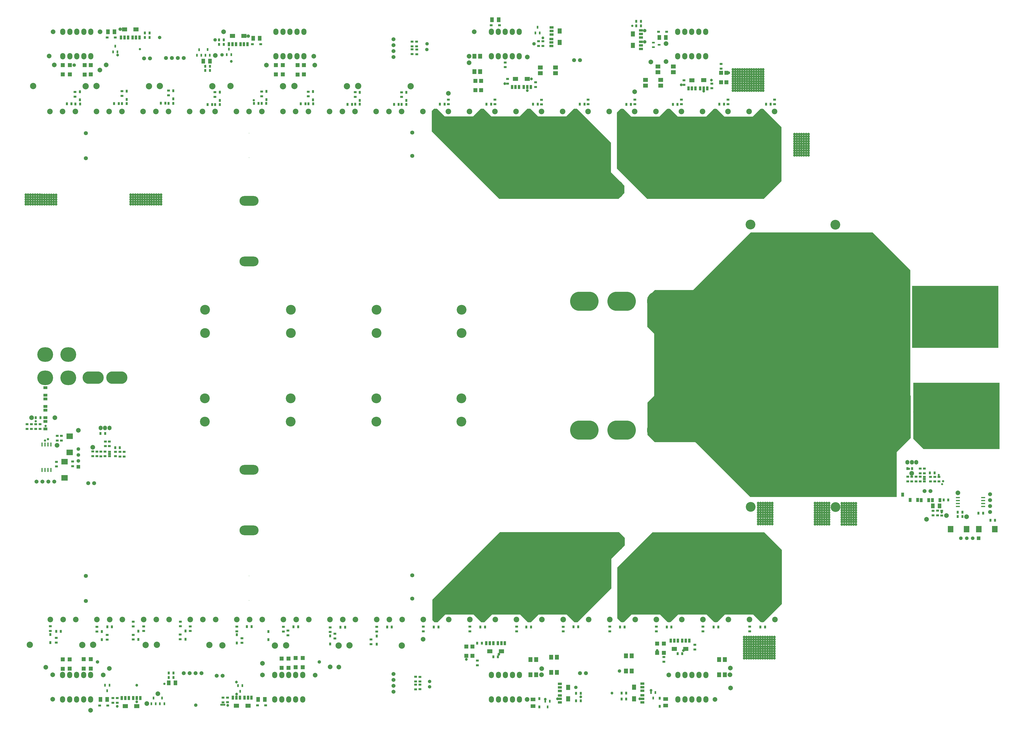
<source format=gbr>
%TF.GenerationSoftware,Altium Limited,Altium Designer,25.3.3 (18)*%
G04 Layer_Color=16711935*
%FSLAX45Y45*%
%MOMM*%
%TF.SameCoordinates,A4CA6E92-6A9D-4088-ADF9-EEBE24E4F9EE*%
%TF.FilePolarity,Negative*%
%TF.FileFunction,Soldermask,Bot*%
%TF.Part,Single*%
G01*
G75*
%TA.AperFunction,ComponentPad*%
%ADD28R,1.55000X1.55000*%
%ADD29C,1.55000*%
%ADD32R,1.55000X1.55000*%
%TA.AperFunction,SMDPad,CuDef*%
%ADD47R,0.60000X1.80000*%
%ADD58R,1.80000X0.60000*%
%TA.AperFunction,ComponentPad*%
%ADD87C,1.70320*%
%TA.AperFunction,TestPad*%
%ADD88C,2.00320*%
%TA.AperFunction,ComponentPad*%
%ADD89C,1.72720*%
%TA.AperFunction,SMDPad,CuDef*%
%ADD90C,0.20320*%
%TA.AperFunction,ComponentPad*%
%ADD91C,12.20320*%
%ADD92C,4.20320*%
%ADD93C,2.40320*%
%ADD94O,2.20320X2.70320*%
%ADD95C,2.00320*%
%ADD96C,2.70320*%
%ADD97O,12.20320X8.20320*%
%ADD98O,20.20320X8.20320*%
%ADD99O,8.20320X4.20320*%
%ADD100O,6.80320X6.20320*%
%ADD101O,9.09320X5.28320*%
%ADD102O,1.72720X1.98120*%
%TA.AperFunction,ViaPad*%
%ADD103C,1.20320*%
%ADD104C,0.90320*%
%ADD105C,1.47320*%
%ADD106C,2.00320*%
%ADD107C,1.00320*%
%TA.AperFunction,SMDPad,CuDef*%
%ADD108R,0.83000X1.28000*%
%ADD109R,1.28000X0.83000*%
%ADD110R,2.20320X1.70320*%
%ADD111R,1.00320X1.70320*%
%ADD112R,0.90320X1.20320*%
%ADD113R,0.80320X1.20320*%
%ADD114R,2.00320X1.65320*%
%ADD115R,1.70320X2.20320*%
%ADD116R,1.70320X1.00320*%
%ADD117R,2.00320X1.50320*%
%ADD118R,1.65320X2.00320*%
%ADD119R,1.65320X1.70320*%
%ADD120R,1.50320X2.00320*%
%ADD121R,1.20320X0.90320*%
%ADD122R,2.70320X2.40320*%
%ADD123R,2.40320X2.70320*%
%ADD124R,1.80320X1.20320*%
%ADD125R,1.20320X0.80320*%
%ADD126R,1.20320X1.80320*%
%ADD127R,1.20320X0.86320*%
G36*
X25322501Y24564999D02*
X25322501Y23297501D01*
X25898630Y22721368D01*
Y22401054D01*
X25652576Y22155000D01*
X20535001Y22154999D01*
X17639999Y25050000D01*
Y25925000D01*
X17736250Y26021249D01*
X17866251D01*
X18193750Y25693750D01*
X19408749D01*
X19736250Y26021249D01*
X19868750D01*
X20196249Y25693750D01*
X21408749D01*
X21736250Y26021249D01*
X21868750D01*
X22196249Y25693750D01*
X23408749D01*
X23736250Y26021249D01*
X23866251D01*
X25322501Y24564999D01*
D02*
G37*
G36*
X32642499Y25232500D02*
Y22912500D01*
X31885001Y22155000D01*
X26877499D01*
X25580000Y23452499D01*
Y25854999D01*
X25735001Y26010001D01*
X25864999D01*
X26192499Y25682501D01*
X27407501D01*
X27734998Y26010001D01*
X27867499D01*
X28195001Y25682501D01*
X29407501D01*
X29735001Y26010001D01*
X29867499D01*
X30195001Y25682501D01*
X31407501D01*
X31735001Y26010001D01*
X31864999D01*
X32642499Y25232500D01*
D02*
G37*
G36*
X41945312Y15757500D02*
X38245142D01*
Y18414847D01*
X41945312D01*
X41945312Y15757500D01*
D02*
G37*
G36*
X42000012Y11412500D02*
X38737500D01*
X38299841Y11850159D01*
Y14262500D01*
X42000009D01*
X42000012Y11412500D01*
D02*
G37*
G36*
X38172501Y19095001D02*
X38172501Y13712500D01*
X38187500D01*
Y11892500D01*
X37582501Y11287500D01*
Y9357500D01*
X31300000D01*
X28942499Y11715000D01*
X27202499D01*
X26889520Y12027980D01*
Y13409520D01*
X27185001Y13705000D01*
Y16367500D01*
X26887500Y16664999D01*
X26887500Y17755000D01*
X26890555Y17923055D01*
X27210001Y18242500D01*
X28847501D01*
X31317499Y20712498D01*
X36554999D01*
X38172501Y19095001D01*
D02*
G37*
G36*
X32662500Y7085000D02*
Y4765001D01*
X31885001Y3987500D01*
X31754999D01*
X31427499Y4315000D01*
X30214999D01*
X29887500Y3987500D01*
X29754999D01*
X29427499Y4315000D01*
X28214999D01*
X27887500Y3987500D01*
X27754999D01*
X27427499Y4315000D01*
X26212500D01*
X25885001Y3987500D01*
X25754999D01*
X25600000Y4142500D01*
Y6335000D01*
X27107501Y7842500D01*
X31904999D01*
X32662500Y7085000D01*
D02*
G37*
G36*
X25673828Y7848750D02*
X25919882Y7602696D01*
Y7282381D01*
X25343750Y6706250D01*
X25343750Y5438751D01*
X23887500Y3982500D01*
X23757501D01*
X23430000Y4310000D01*
X22217500D01*
X21889999Y3982500D01*
X21757501D01*
X21430000Y4310000D01*
X20217500D01*
X19890001Y3982500D01*
X19757500D01*
X19430000Y4310000D01*
X18214999D01*
X17887500Y3982500D01*
X17757501D01*
X17661250Y4078751D01*
Y4953750D01*
X20556250Y7848751D01*
X25673828Y7848750D01*
D02*
G37*
D28*
X41095999Y7587500D02*
D03*
D29*
X40842001D02*
D03*
X40588000D02*
D03*
X40334000D02*
D03*
X2472500Y11416000D02*
D03*
Y11162000D02*
D03*
Y10908000D02*
D03*
D32*
Y10654000D02*
D03*
D47*
X914500Y10517500D02*
D03*
X1041500D02*
D03*
X1168500D02*
D03*
X1295500D02*
D03*
Y11607500D02*
D03*
X1168500D02*
D03*
X1041500D02*
D03*
X914500D02*
D03*
D58*
X41297501Y8954500D02*
D03*
Y9081500D02*
D03*
Y9208500D02*
D03*
Y9335500D02*
D03*
X40207501D02*
D03*
Y9208500D02*
D03*
Y9081500D02*
D03*
Y8954500D02*
D03*
D87*
X5550000Y28177499D02*
D03*
X5296000D02*
D03*
X8665000Y1685000D02*
D03*
X8411000D02*
D03*
X24000000Y1800000D02*
D03*
X24253999D02*
D03*
X7762000D02*
D03*
X7254000D02*
D03*
X7000000D02*
D03*
X7508000D02*
D03*
X3154000Y9950000D02*
D03*
X2900000D02*
D03*
X39031500Y9610000D02*
D03*
X38777499D02*
D03*
X6492000Y28200000D02*
D03*
X7000000D02*
D03*
X6746000D02*
D03*
X6238000D02*
D03*
X16000000Y28492001D02*
D03*
Y29000000D02*
D03*
Y28745999D02*
D03*
Y28238000D02*
D03*
X23746001Y28100000D02*
D03*
X24000000D02*
D03*
X16000000Y1508000D02*
D03*
Y1000000D02*
D03*
Y1254000D02*
D03*
Y1762000D02*
D03*
X933500Y10015000D02*
D03*
X1441500D02*
D03*
X1187500D02*
D03*
X679500D02*
D03*
X41595001Y9219000D02*
D03*
Y8711000D02*
D03*
Y8965000D02*
D03*
Y9473000D02*
D03*
D88*
X26345001Y26745001D02*
D03*
X3802500Y1997500D02*
D03*
X19462500Y29325000D02*
D03*
X27687500Y28817499D02*
D03*
X17267500Y3250000D02*
D03*
X27804999Y1720000D02*
D03*
X21732312Y675000D02*
D03*
X29785001Y670000D02*
D03*
X30457501Y1165000D02*
D03*
X22350000Y1730000D02*
D03*
X22355000Y1990000D02*
D03*
X30450000Y2020000D02*
D03*
X30435001Y1732500D02*
D03*
X3002500Y205000D02*
D03*
X1377500Y680000D02*
D03*
X1080000Y2047500D02*
D03*
X13277499Y2070000D02*
D03*
X10372500Y1722500D02*
D03*
X12637500Y1715000D02*
D03*
X10375000Y2216409D02*
D03*
X13650000Y2062500D02*
D03*
X1375000Y1727500D02*
D03*
X3540000Y1725000D02*
D03*
X40579999Y8512500D02*
D03*
X8355000Y28302499D02*
D03*
X3407793Y29325000D02*
D03*
X1390000D02*
D03*
X8710000Y29325000D02*
D03*
X3398734Y27681265D02*
D03*
X27690955Y28040781D02*
D03*
X27037500Y28029999D02*
D03*
X19239999Y28272501D02*
D03*
X21732500Y28237500D02*
D03*
X19237500Y27995001D02*
D03*
X12580000Y28270001D02*
D03*
X12615000Y27892499D02*
D03*
X10542500Y27891779D02*
D03*
X1442500Y27897501D02*
D03*
X3667500Y27900000D02*
D03*
X1225000Y28277499D02*
D03*
X18347501Y26679999D02*
D03*
X1562500Y11572500D02*
D03*
X5412500Y497500D02*
D03*
X5887500Y912500D02*
D03*
D89*
X2800000Y5972216D02*
D03*
Y4897216D02*
D03*
X30800000Y6000000D02*
D03*
Y5000000D02*
D03*
X16800000Y6000000D02*
D03*
Y5000000D02*
D03*
X2800000Y24972217D02*
D03*
Y23897215D02*
D03*
X30800000Y25000000D02*
D03*
Y24000000D02*
D03*
X16800000Y25000000D02*
D03*
Y24000000D02*
D03*
D90*
X9800000Y4922216D02*
D03*
Y5972216D02*
D03*
X23800000Y6000000D02*
D03*
Y5000000D02*
D03*
X9800000Y23922217D02*
D03*
Y24972217D02*
D03*
X23800000Y25000000D02*
D03*
Y24000000D02*
D03*
D91*
X40710001Y13000000D02*
D03*
X40697501Y17000000D02*
D03*
D92*
X41535001Y13825000D02*
D03*
Y12175000D02*
D03*
X39885001D02*
D03*
Y13825000D02*
D03*
X40710001Y12175000D02*
D03*
Y13825000D02*
D03*
X41522501Y17825000D02*
D03*
Y16175000D02*
D03*
X39872501D02*
D03*
Y17825000D02*
D03*
X40697501Y16175000D02*
D03*
Y17825000D02*
D03*
X18915048Y17395000D02*
D03*
Y16395000D02*
D03*
X7907548Y17395000D02*
D03*
Y16395000D02*
D03*
X15267548Y17395000D02*
D03*
Y16395000D02*
D03*
X11590048Y17395000D02*
D03*
Y16395000D02*
D03*
X11585000Y12590000D02*
D03*
Y13589999D02*
D03*
X18910001Y12590000D02*
D03*
Y13589999D02*
D03*
X7902500Y12590000D02*
D03*
Y13589999D02*
D03*
X15262500Y12590000D02*
D03*
Y13589999D02*
D03*
X31323059Y8933360D02*
D03*
Y9933360D02*
D03*
X34958060Y8928360D02*
D03*
Y9928360D02*
D03*
Y13628360D02*
D03*
Y12628360D02*
D03*
X31323059Y13633360D02*
D03*
Y12633360D02*
D03*
X31317499Y16364999D02*
D03*
Y17364999D02*
D03*
X34952499Y16360001D02*
D03*
Y17360001D02*
D03*
X34950000Y21045000D02*
D03*
Y20045000D02*
D03*
X31314999Y21050000D02*
D03*
Y20050000D02*
D03*
D93*
X32345999Y25900000D02*
D03*
X31800000D02*
D03*
X31254001D02*
D03*
X30345999D02*
D03*
X29800000D02*
D03*
X29254001D02*
D03*
X28345999D02*
D03*
X27800000D02*
D03*
X27254001D02*
D03*
X26345999D02*
D03*
X25800000D02*
D03*
X25253999D02*
D03*
X24346001D02*
D03*
X23800000D02*
D03*
X23253999D02*
D03*
X22346001D02*
D03*
X21800000D02*
D03*
X21253999D02*
D03*
X20346001D02*
D03*
X19800000D02*
D03*
X19253999D02*
D03*
X18346001D02*
D03*
X17800000D02*
D03*
X17253999D02*
D03*
X16366000Y4100000D02*
D03*
X15820000D02*
D03*
X15274001D02*
D03*
X12366000D02*
D03*
X11820000D02*
D03*
X11274000D02*
D03*
X5254000Y25900000D02*
D03*
X5800000D02*
D03*
X6346000D02*
D03*
X13274001Y4100000D02*
D03*
X13820000D02*
D03*
X14366000D02*
D03*
X9274000D02*
D03*
X9820000D02*
D03*
X10366000D02*
D03*
X5274000D02*
D03*
X5820000D02*
D03*
X6366000D02*
D03*
X7274000D02*
D03*
X7820000D02*
D03*
X8366000D02*
D03*
X3274000D02*
D03*
X3820000D02*
D03*
X4366000D02*
D03*
X1274000D02*
D03*
X1820000D02*
D03*
X2366000D02*
D03*
X18366000D02*
D03*
X17820000D02*
D03*
X17274001D02*
D03*
X20366000D02*
D03*
X19820000D02*
D03*
X19274001D02*
D03*
X22366000D02*
D03*
X21820000D02*
D03*
X21274001D02*
D03*
X23274001D02*
D03*
X23820000D02*
D03*
X24366000D02*
D03*
X26366000D02*
D03*
X25820001D02*
D03*
X25274001D02*
D03*
X28366000D02*
D03*
X27820001D02*
D03*
X27273999D02*
D03*
X30366000D02*
D03*
X29820001D02*
D03*
X29273999D02*
D03*
X32366000D02*
D03*
X31820001D02*
D03*
X31273999D02*
D03*
X16346001Y25900000D02*
D03*
X15800000D02*
D03*
X15253999D02*
D03*
X10346000D02*
D03*
X9800000D02*
D03*
X9254000D02*
D03*
X8346000D02*
D03*
X7800000D02*
D03*
X7254000D02*
D03*
X14346001D02*
D03*
X13800000D02*
D03*
X13253999D02*
D03*
X4346000D02*
D03*
X3800000D02*
D03*
X3254000D02*
D03*
X2346000D02*
D03*
X1800000D02*
D03*
X1254000D02*
D03*
X11254000D02*
D03*
X11800000D02*
D03*
X12346000D02*
D03*
D94*
X21400000Y675000D02*
D03*
X21100000D02*
D03*
X20800000D02*
D03*
X20500000D02*
D03*
X20200000D02*
D03*
X21400000Y1725000D02*
D03*
X21100000D02*
D03*
X20800000D02*
D03*
X20500000D02*
D03*
X20200000D02*
D03*
X12100000Y675000D02*
D03*
X11800000D02*
D03*
X11500000D02*
D03*
X11200000D02*
D03*
X10900000D02*
D03*
X12100000Y1725000D02*
D03*
X11800000D02*
D03*
X11500000D02*
D03*
X11200000D02*
D03*
X10900000D02*
D03*
X3000000Y675000D02*
D03*
X2700000D02*
D03*
X2400000D02*
D03*
X2100000D02*
D03*
X1800000D02*
D03*
X3000000Y1725000D02*
D03*
X2700000D02*
D03*
X2400000D02*
D03*
X2100000D02*
D03*
X1800000D02*
D03*
X28192499Y29325000D02*
D03*
X28492499D02*
D03*
X28792499D02*
D03*
X29092499D02*
D03*
X29392499D02*
D03*
X28192499Y28275000D02*
D03*
X28492499D02*
D03*
X28792499D02*
D03*
X29092499D02*
D03*
X29392499D02*
D03*
X20192500Y29325000D02*
D03*
X20492500D02*
D03*
X20792500D02*
D03*
X21092500D02*
D03*
X21392500D02*
D03*
X20192500Y28275000D02*
D03*
X20492500D02*
D03*
X20792500D02*
D03*
X21092500D02*
D03*
X21392500D02*
D03*
X3010000D02*
D03*
X2710000D02*
D03*
X2410000D02*
D03*
X2110000D02*
D03*
X1810000D02*
D03*
X3010000Y29325000D02*
D03*
X2710000D02*
D03*
X2410000D02*
D03*
X2110000D02*
D03*
X1810000D02*
D03*
X12152500Y28275000D02*
D03*
X11852500D02*
D03*
X11552500D02*
D03*
X11252500D02*
D03*
X10952500D02*
D03*
X12152500Y29325000D02*
D03*
X11852500D02*
D03*
X11552500D02*
D03*
X11252500D02*
D03*
X10952500D02*
D03*
X28200000Y1725000D02*
D03*
X28500000D02*
D03*
X28800000D02*
D03*
X29100000D02*
D03*
X29400000D02*
D03*
X28200000Y675000D02*
D03*
X28500000D02*
D03*
X28800000D02*
D03*
X29100000D02*
D03*
X29400000D02*
D03*
D95*
X2475000Y12217500D02*
D03*
X40207501Y9532243D02*
D03*
X38229999Y10370000D02*
D03*
X39717499Y8562500D02*
D03*
X38864999Y8402500D02*
D03*
X1465000Y12765000D02*
D03*
X3090000Y11487500D02*
D03*
X472500Y12765000D02*
D03*
D96*
X14105000Y2990000D02*
D03*
X16355000Y2985000D02*
D03*
X11392500Y2990000D02*
D03*
X13642500Y2985000D02*
D03*
X8655000Y2990000D02*
D03*
X10905000Y2985000D02*
D03*
X5360000Y3010000D02*
D03*
X3110000Y3015000D02*
D03*
X8095000Y3010000D02*
D03*
X5845000Y3015000D02*
D03*
X2645000Y3010000D02*
D03*
X395000Y3015000D02*
D03*
X14482500Y26989999D02*
D03*
X16732500Y26985001D02*
D03*
X11747500Y26989999D02*
D03*
X13997501Y26985001D02*
D03*
X2785000Y26985001D02*
D03*
X535000Y26989999D02*
D03*
X5505000Y26985001D02*
D03*
X3255000Y26989999D02*
D03*
X8220000Y26985001D02*
D03*
X5970000Y26989999D02*
D03*
X11252500Y26985001D02*
D03*
X9002500Y26989999D02*
D03*
D97*
X25787500Y17755000D02*
D03*
X24187500D02*
D03*
X25787500Y12225000D02*
D03*
X24187500D02*
D03*
D98*
X27887500Y17755000D02*
D03*
X24887500Y22555000D02*
D03*
X27887500D02*
D03*
Y12225000D02*
D03*
Y7425000D02*
D03*
X24887500D02*
D03*
D99*
X9800000Y19464999D02*
D03*
Y22064999D02*
D03*
Y10530000D02*
D03*
Y7930000D02*
D03*
D100*
X2039411Y15466820D02*
D03*
X1048811D02*
D03*
X2039031Y14474899D02*
D03*
X1048431D02*
D03*
D101*
X37726999Y13006100D02*
D03*
X38742999D02*
D03*
X3112000Y14476100D02*
D03*
X4128000D02*
D03*
D102*
X38044501Y10847100D02*
D03*
X38235001D02*
D03*
X38425500D02*
D03*
X3429500Y12317100D02*
D03*
X3620000D02*
D03*
X3810500D02*
D03*
D103*
X4980000Y1280000D02*
D03*
X9262500Y897500D02*
D03*
X25367500Y942500D02*
D03*
X29307501Y26775000D02*
D03*
X28437830Y2770942D02*
D03*
X30379990Y27563443D02*
D03*
X30658829Y27404434D02*
D03*
X30758829Y27504434D02*
D03*
X30558829D02*
D03*
X30658829Y27604434D02*
D03*
X30558829Y27404434D02*
D03*
X30758829D02*
D03*
Y27604434D02*
D03*
X30858829Y27504434D02*
D03*
X30558829Y27604434D02*
D03*
X30658829Y27704434D02*
D03*
X30558829D02*
D03*
X30758829D02*
D03*
X30858829D02*
D03*
Y27604434D02*
D03*
X30958829Y27704434D02*
D03*
Y27604434D02*
D03*
X31058829Y27704434D02*
D03*
Y27604434D02*
D03*
X31158829Y27704434D02*
D03*
Y27604434D02*
D03*
X31257632Y27703906D02*
D03*
Y27603906D02*
D03*
X31357632Y27703906D02*
D03*
Y27603906D02*
D03*
X31457632Y27703906D02*
D03*
Y27603906D02*
D03*
X31557632Y27703906D02*
D03*
Y27603906D02*
D03*
X31657632Y27703906D02*
D03*
Y27603906D02*
D03*
X31757632Y27703906D02*
D03*
Y27603906D02*
D03*
X31857632Y27703906D02*
D03*
Y27603906D02*
D03*
Y27503906D02*
D03*
Y27403906D02*
D03*
X31757632Y27503906D02*
D03*
Y27403906D02*
D03*
X31657632Y27503906D02*
D03*
Y27403906D02*
D03*
X31557632Y27503906D02*
D03*
Y27403906D02*
D03*
X31457632Y27503906D02*
D03*
X31357632D02*
D03*
X31457632Y27403906D02*
D03*
X31357632D02*
D03*
X31257632D02*
D03*
X31158829Y27404434D02*
D03*
X31257632Y27503906D02*
D03*
X31158829Y27504434D02*
D03*
X31058829D02*
D03*
Y27404434D02*
D03*
X30958829Y27504434D02*
D03*
Y27404434D02*
D03*
X30858829D02*
D03*
X27309991Y2773442D02*
D03*
X19122490Y2393767D02*
D03*
X20520000Y2607500D02*
D03*
X5321197Y22025526D02*
D03*
X820000Y22025000D02*
D03*
X5321197Y21923026D02*
D03*
Y22125526D02*
D03*
X820000Y21922501D02*
D03*
X5321197Y22325526D02*
D03*
X820000Y22125000D02*
D03*
Y22225000D02*
D03*
X5321197Y22228026D02*
D03*
X820000Y22325000D02*
D03*
X5221197Y22025526D02*
D03*
X720000Y22025000D02*
D03*
X5221197Y21923026D02*
D03*
Y22125526D02*
D03*
X720000Y21922501D02*
D03*
X5221197Y22325526D02*
D03*
X720000Y22125000D02*
D03*
Y22225000D02*
D03*
X5221197Y22228026D02*
D03*
X720000Y22325000D02*
D03*
X5121197Y22025526D02*
D03*
X620000Y22025000D02*
D03*
X5121197Y21923026D02*
D03*
Y22125526D02*
D03*
X620000Y21922501D02*
D03*
X5121197Y22325526D02*
D03*
X620000Y22125000D02*
D03*
Y22225000D02*
D03*
X5121197Y22228026D02*
D03*
X620000Y22325000D02*
D03*
X5021196Y22025526D02*
D03*
X520000Y22025000D02*
D03*
X5021196Y21923026D02*
D03*
Y22125526D02*
D03*
X520000Y21922501D02*
D03*
X5021196Y22325526D02*
D03*
X520000Y22125000D02*
D03*
Y22225000D02*
D03*
X5021196Y22228026D02*
D03*
X520000Y22325000D02*
D03*
X4921197Y22025526D02*
D03*
X420000Y22025000D02*
D03*
X4921197Y21923026D02*
D03*
Y22125526D02*
D03*
X420000Y21922501D02*
D03*
X4921197Y22325526D02*
D03*
X420000Y22125000D02*
D03*
Y22225000D02*
D03*
X4921197Y22228026D02*
D03*
X420000Y22325000D02*
D03*
X4821197Y22025526D02*
D03*
X320000Y22025000D02*
D03*
X4821197Y21923026D02*
D03*
Y22125526D02*
D03*
X320000Y21922501D02*
D03*
X4821197Y22325526D02*
D03*
X320000Y22125000D02*
D03*
Y22225000D02*
D03*
X4821197Y22228026D02*
D03*
X320000Y22325000D02*
D03*
X220000D02*
D03*
X4721197Y22228026D02*
D03*
X220000Y22225000D02*
D03*
Y22125000D02*
D03*
X4721197Y22325526D02*
D03*
X220000Y21922501D02*
D03*
X4721197Y22125526D02*
D03*
Y21923026D02*
D03*
X220000Y22025000D02*
D03*
X4721197Y22025526D02*
D03*
X5420000Y22025000D02*
D03*
X918803Y22024474D02*
D03*
X5420000Y21922501D02*
D03*
Y22125000D02*
D03*
X918803Y21921974D02*
D03*
X5420000Y22325000D02*
D03*
X918803Y22124474D02*
D03*
Y22224474D02*
D03*
X5420000Y22227499D02*
D03*
X918803Y22324474D02*
D03*
X1018803D02*
D03*
X5520000Y22227499D02*
D03*
X1018803Y22224474D02*
D03*
Y22124474D02*
D03*
X5520000Y22325000D02*
D03*
X1018803Y21921974D02*
D03*
X5520000Y22125000D02*
D03*
Y21922501D02*
D03*
X1018803Y22024474D02*
D03*
X5520000Y22025000D02*
D03*
X1118803Y22324474D02*
D03*
X5620000Y22227499D02*
D03*
X1118803Y22224474D02*
D03*
Y22124474D02*
D03*
X5620000Y22325000D02*
D03*
X1118803Y21921974D02*
D03*
X5620000Y22125000D02*
D03*
Y21922501D02*
D03*
X1118803Y22024474D02*
D03*
X5620000Y22025000D02*
D03*
X1218803Y22324474D02*
D03*
X5720000Y22227499D02*
D03*
X1218803Y22224474D02*
D03*
Y22124474D02*
D03*
X5720000Y22325000D02*
D03*
X1218803Y21921974D02*
D03*
X5720000Y22125000D02*
D03*
Y21922501D02*
D03*
X1218803Y22024474D02*
D03*
X5720000Y22025000D02*
D03*
X1318803Y22324474D02*
D03*
X5820000Y22227499D02*
D03*
X1318803Y22224474D02*
D03*
Y22124474D02*
D03*
X5820000Y22325000D02*
D03*
X1318803Y21921974D02*
D03*
X5820000Y22125000D02*
D03*
Y21922501D02*
D03*
X1318803Y22024474D02*
D03*
X5820000Y22025000D02*
D03*
X1418803Y22324474D02*
D03*
X5920000Y22227499D02*
D03*
X1418803Y22224474D02*
D03*
Y22124474D02*
D03*
X5920000Y22325000D02*
D03*
X1418803Y21921974D02*
D03*
X5920000Y22125000D02*
D03*
Y21922501D02*
D03*
X1418803Y22024474D02*
D03*
X5920000Y22025000D02*
D03*
X1518803Y22324474D02*
D03*
X6020000Y22227499D02*
D03*
X1518803Y22224474D02*
D03*
Y22124474D02*
D03*
X6020000Y22325000D02*
D03*
X1518803Y21921974D02*
D03*
X6020000Y22125000D02*
D03*
Y21922501D02*
D03*
X1518803Y22024474D02*
D03*
X6020000Y22025000D02*
D03*
X31857632Y26901407D02*
D03*
Y26798907D02*
D03*
Y27001407D02*
D03*
Y27301407D02*
D03*
Y27201407D02*
D03*
Y27103906D02*
D03*
X31757632Y26901407D02*
D03*
Y26798907D02*
D03*
Y27001407D02*
D03*
Y27301407D02*
D03*
Y27201407D02*
D03*
Y27103906D02*
D03*
X31657632Y26901407D02*
D03*
Y26798907D02*
D03*
Y27001407D02*
D03*
Y27301407D02*
D03*
Y27201407D02*
D03*
Y27103906D02*
D03*
X31557632Y26901407D02*
D03*
Y26798907D02*
D03*
Y27001407D02*
D03*
Y27301407D02*
D03*
Y27201407D02*
D03*
Y27103906D02*
D03*
X31457632Y26901407D02*
D03*
Y26798907D02*
D03*
Y27001407D02*
D03*
Y27301407D02*
D03*
Y27201407D02*
D03*
Y27103906D02*
D03*
X31357632Y26901407D02*
D03*
Y26798907D02*
D03*
Y27001407D02*
D03*
Y27301407D02*
D03*
Y27201407D02*
D03*
Y27103906D02*
D03*
X31257632D02*
D03*
Y27201407D02*
D03*
Y27301407D02*
D03*
Y27001407D02*
D03*
Y26798907D02*
D03*
Y26901407D02*
D03*
X30558829Y26901932D02*
D03*
Y26799432D02*
D03*
Y27001932D02*
D03*
Y27301932D02*
D03*
Y27201932D02*
D03*
Y27104434D02*
D03*
X30658829D02*
D03*
Y27504434D02*
D03*
Y27201932D02*
D03*
Y27301932D02*
D03*
Y27001932D02*
D03*
Y26799432D02*
D03*
Y26901932D02*
D03*
X30758829Y27104434D02*
D03*
Y27201932D02*
D03*
Y27301932D02*
D03*
Y27001932D02*
D03*
Y26799432D02*
D03*
Y26901932D02*
D03*
X30858829Y27104434D02*
D03*
Y27201932D02*
D03*
Y27301932D02*
D03*
Y27001932D02*
D03*
Y26799432D02*
D03*
Y26901932D02*
D03*
X30958829Y27104434D02*
D03*
Y27201932D02*
D03*
Y27301932D02*
D03*
Y27001932D02*
D03*
Y26799432D02*
D03*
Y26901932D02*
D03*
X31058829Y27104434D02*
D03*
Y27201932D02*
D03*
Y27301932D02*
D03*
Y27001932D02*
D03*
Y26799432D02*
D03*
Y26901932D02*
D03*
X31158829Y27104434D02*
D03*
Y27201932D02*
D03*
Y27301932D02*
D03*
Y27001932D02*
D03*
Y26799432D02*
D03*
Y26901932D02*
D03*
X31738831Y2544433D02*
D03*
Y3046933D02*
D03*
Y2441933D02*
D03*
Y2644433D02*
D03*
Y2944433D02*
D03*
Y2844433D02*
D03*
Y3146933D02*
D03*
Y3246933D02*
D03*
Y2746933D02*
D03*
Y3346933D02*
D03*
X31838831D02*
D03*
Y2746933D02*
D03*
Y3246933D02*
D03*
Y3146933D02*
D03*
Y2844433D02*
D03*
Y2944433D02*
D03*
Y2644433D02*
D03*
Y2441933D02*
D03*
Y3046933D02*
D03*
Y2544433D02*
D03*
X31938831Y3346933D02*
D03*
Y2746933D02*
D03*
Y3246933D02*
D03*
Y3146933D02*
D03*
Y2844433D02*
D03*
Y2944433D02*
D03*
Y2644433D02*
D03*
Y2441933D02*
D03*
Y3046933D02*
D03*
Y2544433D02*
D03*
X32038828Y3346933D02*
D03*
Y2746933D02*
D03*
Y3246933D02*
D03*
Y3146933D02*
D03*
Y2844433D02*
D03*
Y2944433D02*
D03*
Y2644433D02*
D03*
Y2441933D02*
D03*
Y3046933D02*
D03*
Y2544433D02*
D03*
X32138831Y3346933D02*
D03*
Y2746933D02*
D03*
Y3246933D02*
D03*
Y3146933D02*
D03*
Y2844433D02*
D03*
Y2944433D02*
D03*
Y2644433D02*
D03*
Y2441933D02*
D03*
Y3046933D02*
D03*
Y2544433D02*
D03*
X32238831Y3346933D02*
D03*
Y2746933D02*
D03*
Y3246933D02*
D03*
Y3146933D02*
D03*
Y2844433D02*
D03*
Y2944433D02*
D03*
Y2644433D02*
D03*
Y2441933D02*
D03*
Y3046933D02*
D03*
Y2544433D02*
D03*
X32338831Y3346933D02*
D03*
Y2746933D02*
D03*
Y3246933D02*
D03*
Y3146933D02*
D03*
Y2844433D02*
D03*
Y2944433D02*
D03*
Y2644433D02*
D03*
Y2441933D02*
D03*
Y3046933D02*
D03*
Y2544433D02*
D03*
X31041330Y2541933D02*
D03*
Y3044433D02*
D03*
Y2439433D02*
D03*
Y2641933D02*
D03*
Y2941933D02*
D03*
Y2841933D02*
D03*
Y3144433D02*
D03*
Y3244433D02*
D03*
Y2744433D02*
D03*
Y3344433D02*
D03*
X31141330D02*
D03*
Y2744433D02*
D03*
Y3244433D02*
D03*
Y3144433D02*
D03*
Y2841933D02*
D03*
Y2941933D02*
D03*
Y2641933D02*
D03*
Y2439433D02*
D03*
Y3044433D02*
D03*
Y2541933D02*
D03*
X31241330Y3344433D02*
D03*
Y2744433D02*
D03*
Y3244433D02*
D03*
Y3144433D02*
D03*
Y2841933D02*
D03*
Y2941933D02*
D03*
Y2641933D02*
D03*
Y2439433D02*
D03*
Y3044433D02*
D03*
Y2541933D02*
D03*
X31341330Y3344433D02*
D03*
Y2744433D02*
D03*
Y3244433D02*
D03*
Y3144433D02*
D03*
Y2841933D02*
D03*
Y2941933D02*
D03*
Y2641933D02*
D03*
Y2439433D02*
D03*
Y3044433D02*
D03*
Y2541933D02*
D03*
X31441330Y3344433D02*
D03*
Y2744433D02*
D03*
Y3244433D02*
D03*
Y3144433D02*
D03*
Y2841933D02*
D03*
Y2941933D02*
D03*
Y2641933D02*
D03*
Y2439433D02*
D03*
Y3044433D02*
D03*
Y2541933D02*
D03*
X31541330Y3344433D02*
D03*
Y2744433D02*
D03*
Y3244433D02*
D03*
Y3144433D02*
D03*
Y2841933D02*
D03*
Y2941933D02*
D03*
Y2641933D02*
D03*
Y2439433D02*
D03*
Y3044433D02*
D03*
Y2541933D02*
D03*
X31641330Y3344433D02*
D03*
Y2744433D02*
D03*
Y3244433D02*
D03*
Y3144433D02*
D03*
Y2841933D02*
D03*
Y2941933D02*
D03*
Y2641933D02*
D03*
Y2439433D02*
D03*
Y3044433D02*
D03*
Y2541933D02*
D03*
X34081329Y8289433D02*
D03*
Y8791933D02*
D03*
Y8186933D02*
D03*
Y8389433D02*
D03*
Y8689433D02*
D03*
Y8589433D02*
D03*
Y8891933D02*
D03*
Y8991933D02*
D03*
Y8491933D02*
D03*
Y9091933D02*
D03*
X34181329D02*
D03*
Y8491933D02*
D03*
Y8991933D02*
D03*
Y8891933D02*
D03*
Y8589433D02*
D03*
Y8689433D02*
D03*
Y8389433D02*
D03*
Y8186933D02*
D03*
Y8791933D02*
D03*
Y8289433D02*
D03*
X34281329Y9091933D02*
D03*
Y8491933D02*
D03*
Y8991933D02*
D03*
Y8891933D02*
D03*
Y8589433D02*
D03*
Y8689433D02*
D03*
Y8389433D02*
D03*
Y8186933D02*
D03*
Y8791933D02*
D03*
Y8289433D02*
D03*
X34381329Y9091933D02*
D03*
Y8491933D02*
D03*
Y8991933D02*
D03*
Y8891933D02*
D03*
Y8589433D02*
D03*
Y8689433D02*
D03*
Y8389433D02*
D03*
Y8186933D02*
D03*
Y8791933D02*
D03*
Y8289433D02*
D03*
X34481329Y9091933D02*
D03*
Y8491933D02*
D03*
Y8991933D02*
D03*
Y8891933D02*
D03*
Y8589433D02*
D03*
Y8689433D02*
D03*
Y8389433D02*
D03*
Y8186933D02*
D03*
Y8791933D02*
D03*
Y8289433D02*
D03*
X34581329Y9091933D02*
D03*
Y8491933D02*
D03*
Y8991933D02*
D03*
Y8891933D02*
D03*
Y8589433D02*
D03*
Y8689433D02*
D03*
Y8389433D02*
D03*
Y8186933D02*
D03*
Y8791933D02*
D03*
Y8289433D02*
D03*
X34681329Y9091933D02*
D03*
Y8491933D02*
D03*
Y8991933D02*
D03*
Y8891933D02*
D03*
Y8589433D02*
D03*
Y8689433D02*
D03*
Y8389433D02*
D03*
Y8186933D02*
D03*
Y8791933D02*
D03*
Y8289433D02*
D03*
X35233829Y8286933D02*
D03*
Y8789433D02*
D03*
Y8184433D02*
D03*
Y8386933D02*
D03*
Y8686933D02*
D03*
Y8586933D02*
D03*
Y8889433D02*
D03*
Y8989433D02*
D03*
Y8489433D02*
D03*
Y9089433D02*
D03*
X35333829D02*
D03*
Y8489433D02*
D03*
Y8989433D02*
D03*
Y8889433D02*
D03*
Y8586933D02*
D03*
Y8686933D02*
D03*
Y8386933D02*
D03*
Y8184433D02*
D03*
Y8789433D02*
D03*
Y8286933D02*
D03*
X35433829Y9089433D02*
D03*
Y8489433D02*
D03*
Y8989433D02*
D03*
Y8889433D02*
D03*
Y8586933D02*
D03*
Y8686933D02*
D03*
Y8386933D02*
D03*
Y8184433D02*
D03*
Y8789433D02*
D03*
Y8286933D02*
D03*
X35533829Y9089433D02*
D03*
Y8489433D02*
D03*
Y8989433D02*
D03*
Y8889433D02*
D03*
Y8586933D02*
D03*
Y8686933D02*
D03*
Y8386933D02*
D03*
Y8184433D02*
D03*
Y8789433D02*
D03*
Y8286933D02*
D03*
X35633829Y9089433D02*
D03*
Y8489433D02*
D03*
Y8989433D02*
D03*
Y8889433D02*
D03*
Y8586933D02*
D03*
Y8686933D02*
D03*
Y8386933D02*
D03*
Y8184433D02*
D03*
Y8789433D02*
D03*
Y8286933D02*
D03*
X35733829Y9089433D02*
D03*
Y8489433D02*
D03*
Y8989433D02*
D03*
Y8889433D02*
D03*
Y8586933D02*
D03*
Y8686933D02*
D03*
Y8386933D02*
D03*
Y8184433D02*
D03*
Y8789433D02*
D03*
Y8286933D02*
D03*
X35833829Y9089433D02*
D03*
Y8489433D02*
D03*
Y8989433D02*
D03*
Y8889433D02*
D03*
Y8586933D02*
D03*
Y8686933D02*
D03*
Y8386933D02*
D03*
Y8184433D02*
D03*
Y8789433D02*
D03*
Y8286933D02*
D03*
X31643829Y8296933D02*
D03*
Y8799433D02*
D03*
Y8194433D02*
D03*
Y8396933D02*
D03*
Y8696933D02*
D03*
Y8596933D02*
D03*
Y8899433D02*
D03*
Y8999433D02*
D03*
Y8499433D02*
D03*
Y9099433D02*
D03*
X31743829D02*
D03*
Y8499433D02*
D03*
Y8999433D02*
D03*
Y8899433D02*
D03*
Y8596933D02*
D03*
Y8696933D02*
D03*
Y8396933D02*
D03*
Y8194433D02*
D03*
Y8799433D02*
D03*
Y8296933D02*
D03*
X31843829Y9099433D02*
D03*
Y8499433D02*
D03*
Y8999433D02*
D03*
Y8899433D02*
D03*
Y8596933D02*
D03*
Y8696933D02*
D03*
Y8396933D02*
D03*
Y8194433D02*
D03*
Y8799433D02*
D03*
Y8296933D02*
D03*
X31943829Y9099433D02*
D03*
Y8499433D02*
D03*
Y8999433D02*
D03*
Y8899433D02*
D03*
Y8596933D02*
D03*
Y8696933D02*
D03*
Y8396933D02*
D03*
Y8194433D02*
D03*
Y8799433D02*
D03*
Y8296933D02*
D03*
X32043829Y9099433D02*
D03*
Y8499433D02*
D03*
Y8999433D02*
D03*
Y8899433D02*
D03*
Y8596933D02*
D03*
Y8696933D02*
D03*
Y8396933D02*
D03*
Y8194433D02*
D03*
Y8799433D02*
D03*
Y8296933D02*
D03*
X32143829Y9099433D02*
D03*
Y8499433D02*
D03*
Y8999433D02*
D03*
Y8899433D02*
D03*
Y8596933D02*
D03*
Y8696933D02*
D03*
Y8396933D02*
D03*
Y8194433D02*
D03*
Y8799433D02*
D03*
Y8296933D02*
D03*
X32243829Y9099433D02*
D03*
Y8499433D02*
D03*
Y8999433D02*
D03*
Y8899433D02*
D03*
Y8596933D02*
D03*
Y8696933D02*
D03*
Y8396933D02*
D03*
Y8194433D02*
D03*
Y8799433D02*
D03*
Y8296933D02*
D03*
X38952499Y16160001D02*
D03*
Y16662500D02*
D03*
Y16057500D02*
D03*
Y16260001D02*
D03*
Y16560001D02*
D03*
Y16460001D02*
D03*
Y16762500D02*
D03*
Y16862500D02*
D03*
Y16362500D02*
D03*
Y16962500D02*
D03*
X39052499D02*
D03*
Y16362500D02*
D03*
Y16862500D02*
D03*
Y16762500D02*
D03*
Y16460001D02*
D03*
Y16560001D02*
D03*
Y16260001D02*
D03*
Y16057500D02*
D03*
Y16662500D02*
D03*
Y16160001D02*
D03*
X39152499Y16962500D02*
D03*
Y16362500D02*
D03*
Y16862500D02*
D03*
Y16762500D02*
D03*
Y16460001D02*
D03*
Y16560001D02*
D03*
Y16260001D02*
D03*
Y16057500D02*
D03*
Y16662500D02*
D03*
Y16160001D02*
D03*
X39252499Y16962500D02*
D03*
Y16362500D02*
D03*
Y16862500D02*
D03*
Y16762500D02*
D03*
Y16460001D02*
D03*
Y16560001D02*
D03*
Y16260001D02*
D03*
Y16057500D02*
D03*
Y16662500D02*
D03*
Y16160001D02*
D03*
X39352499Y16962500D02*
D03*
Y16362500D02*
D03*
Y16862500D02*
D03*
Y16762500D02*
D03*
Y16460001D02*
D03*
Y16560001D02*
D03*
Y16260001D02*
D03*
Y16057500D02*
D03*
Y16662500D02*
D03*
Y16160001D02*
D03*
X39452499Y16962500D02*
D03*
Y16362500D02*
D03*
Y16862500D02*
D03*
Y16762500D02*
D03*
Y16460001D02*
D03*
Y16560001D02*
D03*
Y16260001D02*
D03*
Y16057500D02*
D03*
Y16662500D02*
D03*
Y16160001D02*
D03*
X39552499Y16962500D02*
D03*
Y16362500D02*
D03*
Y16862500D02*
D03*
Y16762500D02*
D03*
Y16460001D02*
D03*
Y16560001D02*
D03*
Y16260001D02*
D03*
Y16057500D02*
D03*
Y16662500D02*
D03*
Y16160001D02*
D03*
X38952499Y17162500D02*
D03*
Y17664999D02*
D03*
Y17060001D02*
D03*
Y17262500D02*
D03*
Y17562500D02*
D03*
Y17462500D02*
D03*
Y17764999D02*
D03*
Y17864999D02*
D03*
Y17364999D02*
D03*
Y17964999D02*
D03*
X39052499D02*
D03*
Y17364999D02*
D03*
Y17864999D02*
D03*
Y17764999D02*
D03*
Y17462500D02*
D03*
Y17562500D02*
D03*
Y17262500D02*
D03*
Y17060001D02*
D03*
Y17664999D02*
D03*
Y17162500D02*
D03*
X39152499Y17964999D02*
D03*
Y17364999D02*
D03*
Y17864999D02*
D03*
Y17764999D02*
D03*
Y17462500D02*
D03*
Y17562500D02*
D03*
Y17262500D02*
D03*
Y17060001D02*
D03*
Y17664999D02*
D03*
Y17162500D02*
D03*
X39252499Y17964999D02*
D03*
Y17364999D02*
D03*
Y17864999D02*
D03*
Y17764999D02*
D03*
Y17462500D02*
D03*
Y17562500D02*
D03*
Y17262500D02*
D03*
Y17060001D02*
D03*
Y17664999D02*
D03*
Y17162500D02*
D03*
X39352499Y17964999D02*
D03*
Y17364999D02*
D03*
Y17864999D02*
D03*
Y17764999D02*
D03*
Y17462500D02*
D03*
Y17562500D02*
D03*
Y17262500D02*
D03*
Y17060001D02*
D03*
Y17664999D02*
D03*
Y17162500D02*
D03*
X39452499Y17964999D02*
D03*
Y17364999D02*
D03*
Y17864999D02*
D03*
Y17764999D02*
D03*
Y17462500D02*
D03*
Y17562500D02*
D03*
Y17262500D02*
D03*
Y17060001D02*
D03*
Y17664999D02*
D03*
Y17162500D02*
D03*
X39552499Y17964999D02*
D03*
Y17364999D02*
D03*
Y17864999D02*
D03*
Y17764999D02*
D03*
Y17462500D02*
D03*
Y17562500D02*
D03*
Y17262500D02*
D03*
Y17060001D02*
D03*
Y17664999D02*
D03*
Y17162500D02*
D03*
X33800000Y24122501D02*
D03*
Y24625000D02*
D03*
Y24020000D02*
D03*
Y24222501D02*
D03*
Y24522501D02*
D03*
Y24422501D02*
D03*
Y24725000D02*
D03*
Y24825000D02*
D03*
Y24325000D02*
D03*
Y24925000D02*
D03*
X33700000Y24122501D02*
D03*
Y24625000D02*
D03*
Y24020000D02*
D03*
Y24222501D02*
D03*
Y24522501D02*
D03*
Y24422501D02*
D03*
Y24725000D02*
D03*
Y24825000D02*
D03*
Y24325000D02*
D03*
Y24925000D02*
D03*
X33600000Y24122501D02*
D03*
Y24625000D02*
D03*
Y24020000D02*
D03*
Y24222501D02*
D03*
Y24522501D02*
D03*
Y24422501D02*
D03*
Y24725000D02*
D03*
Y24825000D02*
D03*
Y24325000D02*
D03*
Y24925000D02*
D03*
X33500000Y24122501D02*
D03*
Y24625000D02*
D03*
Y24020000D02*
D03*
Y24222501D02*
D03*
Y24522501D02*
D03*
Y24422501D02*
D03*
Y24725000D02*
D03*
Y24825000D02*
D03*
Y24325000D02*
D03*
Y24925000D02*
D03*
X33400000Y24122501D02*
D03*
Y24625000D02*
D03*
Y24020000D02*
D03*
Y24222501D02*
D03*
Y24522501D02*
D03*
Y24422501D02*
D03*
Y24725000D02*
D03*
Y24825000D02*
D03*
Y24325000D02*
D03*
Y24925000D02*
D03*
X33300000Y24122501D02*
D03*
Y24625000D02*
D03*
Y24020000D02*
D03*
Y24222501D02*
D03*
Y24522501D02*
D03*
Y24422501D02*
D03*
Y24725000D02*
D03*
Y24825000D02*
D03*
Y24325000D02*
D03*
Y24925000D02*
D03*
X33200000D02*
D03*
Y24325000D02*
D03*
Y24825000D02*
D03*
Y24725000D02*
D03*
Y24422501D02*
D03*
Y24522501D02*
D03*
Y24222501D02*
D03*
Y24020000D02*
D03*
Y24625000D02*
D03*
Y24122501D02*
D03*
X9257500Y1415000D02*
D03*
X4977500Y570000D02*
D03*
X24030000Y785000D02*
D03*
X22510001Y677500D02*
D03*
X23030000Y692500D02*
D03*
X26564999D02*
D03*
X27042499Y1062500D02*
D03*
X4140339Y377500D02*
D03*
X8882500Y417500D02*
D03*
X22403116Y29062921D02*
D03*
X4160000Y28322501D02*
D03*
X9035000Y28054999D02*
D03*
X29637500Y27247501D02*
D03*
X20772501Y27097501D02*
D03*
X21740266Y26802930D02*
D03*
X21912500Y27302499D02*
D03*
X28337500Y27042499D02*
D03*
D104*
X8672500Y440000D02*
D03*
X8742500D02*
D03*
X8605000D02*
D03*
X39392499Y10310000D02*
D03*
X39535001Y9905000D02*
D03*
D105*
X5960000Y29079999D02*
D03*
X22027499Y28810001D02*
D03*
X17547501Y1210000D02*
D03*
Y1437500D02*
D03*
X17432500Y28802499D02*
D03*
X17425000Y28560001D02*
D03*
X25687500Y1890000D02*
D03*
X3292500Y2282500D02*
D03*
X23817500Y1185000D02*
D03*
X7510000Y422500D02*
D03*
X12810001Y2277500D02*
D03*
X8345000Y28972501D02*
D03*
X4267500Y29429999D02*
D03*
X9767500Y29139999D02*
D03*
X8640000Y28332501D02*
D03*
X26777499Y29375000D02*
D03*
Y28889337D02*
D03*
X2295000Y27889999D02*
D03*
D106*
X26345001Y26745001D02*
D03*
X3802500Y1997500D02*
D03*
X19462500Y29325000D02*
D03*
X27687500Y28817499D02*
D03*
X17267500Y3250000D02*
D03*
X27804999Y1720000D02*
D03*
X21732312Y675000D02*
D03*
X29785001Y670000D02*
D03*
X30457501Y1165000D02*
D03*
X22350000Y1730000D02*
D03*
X22355000Y1990000D02*
D03*
X30450000Y2020000D02*
D03*
X30435001Y1732500D02*
D03*
X3002500Y205000D02*
D03*
X1377500Y680000D02*
D03*
X1080000Y2047500D02*
D03*
X13277499Y2070000D02*
D03*
X10372500Y1722500D02*
D03*
X12637500Y1715000D02*
D03*
X10375000Y2216409D02*
D03*
X13650000Y2062500D02*
D03*
X1375000Y1727500D02*
D03*
X3540000Y1725000D02*
D03*
X40579999Y8512500D02*
D03*
X8355000Y28302499D02*
D03*
X3407793Y29325000D02*
D03*
X1390000D02*
D03*
X8710000Y29325000D02*
D03*
X3398734Y27681265D02*
D03*
X27690955Y28040781D02*
D03*
X27037500Y28029999D02*
D03*
X19239999Y28272501D02*
D03*
X21732500Y28237500D02*
D03*
X19237500Y27995001D02*
D03*
X12580000Y28270001D02*
D03*
X12615000Y27892499D02*
D03*
X10542500Y27891779D02*
D03*
X1442500Y27897501D02*
D03*
X3667500Y27900000D02*
D03*
X1225000Y28277499D02*
D03*
X18347501Y26679999D02*
D03*
X1562500Y11572500D02*
D03*
X5412500Y497500D02*
D03*
X5887500Y912500D02*
D03*
D107*
X6167500Y1340000D02*
D03*
X650000Y12612500D02*
D03*
X1040000Y11782500D02*
D03*
X1170000Y11840000D02*
D03*
X1067500Y12405000D02*
D03*
X26245001Y29577499D02*
D03*
X5117500Y28579999D02*
D03*
X38107501Y10572500D02*
D03*
X39579489Y10036000D02*
D03*
X39517499Y8700000D02*
D03*
X10005000Y26387500D02*
D03*
D108*
X5527500Y29267517D02*
D03*
X5327500D02*
D03*
X8515000Y28782483D02*
D03*
X8715000D02*
D03*
X25779999Y689984D02*
D03*
X25979999D02*
D03*
X24027499Y612516D02*
D03*
X23827499D02*
D03*
X26610001Y29767517D02*
D03*
X26410001D02*
D03*
X28385339Y2632516D02*
D03*
X28185339D02*
D03*
X23827499Y930016D02*
D03*
X24027499D02*
D03*
X25982501Y942484D02*
D03*
X25782501D02*
D03*
X15922501Y3779984D02*
D03*
X15722501D02*
D03*
X3917500Y3784984D02*
D03*
X3717500D02*
D03*
X3427500Y12085016D02*
D03*
X3627500D02*
D03*
X40202499Y8702516D02*
D03*
X40402499D02*
D03*
X8120000Y27659985D02*
D03*
X7920000D02*
D03*
X41604999Y8362516D02*
D03*
X41804999D02*
D03*
X22185001Y26217484D02*
D03*
X21985001D02*
D03*
X19987500Y26217517D02*
D03*
X20187500D02*
D03*
X14022501Y26210016D02*
D03*
X14222501D02*
D03*
X14352499Y26212515D02*
D03*
X14552499D02*
D03*
X12347500Y26232516D02*
D03*
X12547500D02*
D03*
X10337500Y26247501D02*
D03*
X10537500D02*
D03*
X10007500D02*
D03*
X10207500D02*
D03*
X8017500Y26200015D02*
D03*
X8217500D02*
D03*
X8345000D02*
D03*
X8545000D02*
D03*
X2347500Y26227499D02*
D03*
X2547500D02*
D03*
X4256931Y11474984D02*
D03*
X4056931D02*
D03*
X39212500Y10392484D02*
D03*
X39012500D02*
D03*
X16545000Y26202515D02*
D03*
X16345000D02*
D03*
X16217500D02*
D03*
X16017500D02*
D03*
X8515000Y28972485D02*
D03*
X8715000D02*
D03*
X12220000Y26232516D02*
D03*
X12020000D02*
D03*
X18185001Y26212515D02*
D03*
X17985001D02*
D03*
X24189999Y26215015D02*
D03*
X23989999D02*
D03*
X7919645Y27842484D02*
D03*
X8119645D02*
D03*
X31979999Y26217484D02*
D03*
X32179999D02*
D03*
X29975000Y26214984D02*
D03*
X30175000D02*
D03*
X27982501Y26209985D02*
D03*
X28182501D02*
D03*
X25985001D02*
D03*
X26185001D02*
D03*
X6547500Y26252515D02*
D03*
X6347500D02*
D03*
X6210000Y26255017D02*
D03*
X6010000D02*
D03*
X26410001Y29572485D02*
D03*
X26610001D02*
D03*
X11707500Y3787484D02*
D03*
X11907500D02*
D03*
X19587500Y3087484D02*
D03*
X19787500D02*
D03*
X21895000Y3780016D02*
D03*
X21695000D02*
D03*
X19722501Y3779984D02*
D03*
X19922501D02*
D03*
X17722501D02*
D03*
X17922501D02*
D03*
X23720000Y3784984D02*
D03*
X23920000D02*
D03*
X6552500Y1802516D02*
D03*
X6352500D02*
D03*
X6555000Y1610016D02*
D03*
X6355000D02*
D03*
X4547500Y26242499D02*
D03*
X4347500D02*
D03*
X31939999Y3780016D02*
D03*
X31739999D02*
D03*
X29929999D02*
D03*
X29729999D02*
D03*
X27920001D02*
D03*
X27720001D02*
D03*
X25912500D02*
D03*
X25712500D02*
D03*
X4207500Y26242499D02*
D03*
X4007500D02*
D03*
X2182500Y26230017D02*
D03*
X1982500D02*
D03*
X13722501Y3767484D02*
D03*
X13922501D02*
D03*
X9707500Y3794984D02*
D03*
X9907500D02*
D03*
X1525000Y3589984D02*
D03*
X1725000D02*
D03*
X5527500Y29080017D02*
D03*
X5327500D02*
D03*
X20277499Y2500016D02*
D03*
X20477499D02*
D03*
X850000Y12762516D02*
D03*
X650000D02*
D03*
X39600000Y9227484D02*
D03*
X39800000D02*
D03*
X38245001Y10577516D02*
D03*
X38045001D02*
D03*
X41295001Y8660016D02*
D03*
X41095001D02*
D03*
X40202499Y8517484D02*
D03*
X40402499D02*
D03*
D109*
X3960016Y527500D02*
D03*
Y727500D02*
D03*
X8677516Y547500D02*
D03*
Y747500D02*
D03*
X16942516Y1442500D02*
D03*
Y1642500D02*
D03*
X17130016Y1440000D02*
D03*
Y1640000D02*
D03*
X16992476Y28559991D02*
D03*
Y28359991D02*
D03*
X16794975Y28564993D02*
D03*
Y28364993D02*
D03*
X17127484Y1307500D02*
D03*
Y1107500D02*
D03*
X16942223Y1306215D02*
D03*
Y1106215D02*
D03*
X16792508Y28697491D02*
D03*
Y28897491D02*
D03*
X22222501Y28912500D02*
D03*
Y28712500D02*
D03*
X16990009Y28697491D02*
D03*
Y28897491D02*
D03*
X28922855Y3012500D02*
D03*
Y2812500D02*
D03*
X4140016Y730000D02*
D03*
Y530000D02*
D03*
X8875016Y750000D02*
D03*
Y550000D02*
D03*
X15272516Y3785000D02*
D03*
Y3585000D02*
D03*
X13275015Y3765000D02*
D03*
Y3565000D02*
D03*
X11272516Y3787500D02*
D03*
Y3587500D02*
D03*
X11467516Y3625000D02*
D03*
Y3425000D02*
D03*
X6847516Y3455000D02*
D03*
Y3255000D02*
D03*
X7272516Y3807500D02*
D03*
Y3607500D02*
D03*
X4827516Y3442500D02*
D03*
Y3242500D02*
D03*
Y4005000D02*
D03*
Y3805000D02*
D03*
X31274985Y3592500D02*
D03*
Y3792500D02*
D03*
X29274985Y3592500D02*
D03*
Y3792500D02*
D03*
X27274985Y3592500D02*
D03*
Y3792500D02*
D03*
X25274985Y3592500D02*
D03*
Y3792500D02*
D03*
X17272516D02*
D03*
Y3592500D02*
D03*
X23275015Y3790000D02*
D03*
Y3590000D02*
D03*
X19270016Y3792500D02*
D03*
Y3592500D02*
D03*
X39139984Y8567500D02*
D03*
Y8767500D02*
D03*
X650016Y12482500D02*
D03*
Y12282500D02*
D03*
X1565017Y11982500D02*
D03*
Y11782500D02*
D03*
X1537484Y10667500D02*
D03*
Y10867500D02*
D03*
X2232484Y10680000D02*
D03*
Y10880000D02*
D03*
X274984Y12280000D02*
D03*
Y12480000D02*
D03*
X3632484Y11540000D02*
D03*
Y11740000D02*
D03*
X3807484Y11540000D02*
D03*
Y11740000D02*
D03*
X28460016Y27042499D02*
D03*
Y27242499D02*
D03*
X22344984Y26204999D02*
D03*
Y26404999D02*
D03*
X18347482Y26212500D02*
D03*
Y26412500D02*
D03*
X20344984Y26212500D02*
D03*
Y26412500D02*
D03*
X12334984Y26552499D02*
D03*
Y26752499D02*
D03*
X10337484Y26557483D02*
D03*
Y26757483D02*
D03*
X8329984Y26527499D02*
D03*
Y26727499D02*
D03*
X2327484Y26539999D02*
D03*
Y26739999D02*
D03*
X3621947Y11307501D02*
D03*
Y11107501D02*
D03*
X39394983Y10025000D02*
D03*
Y10225000D02*
D03*
X38232516Y10230000D02*
D03*
Y10030000D02*
D03*
X14349985Y26727499D02*
D03*
Y26527499D02*
D03*
X16342484Y26725000D02*
D03*
Y26525000D02*
D03*
X20792484Y28004999D02*
D03*
Y27804999D02*
D03*
X22089984Y27152499D02*
D03*
Y26952499D02*
D03*
X24344984Y26412500D02*
D03*
Y26212500D02*
D03*
X22403116Y28912936D02*
D03*
Y28712936D02*
D03*
X6344984Y26800000D02*
D03*
Y26600000D02*
D03*
X30050000Y27939999D02*
D03*
Y27739999D02*
D03*
X29652484Y27097501D02*
D03*
Y26897501D02*
D03*
X32347516Y26212500D02*
D03*
Y26412500D02*
D03*
X30345016Y26212500D02*
D03*
Y26412500D02*
D03*
X28347516Y26212500D02*
D03*
Y26412500D02*
D03*
X26347516Y26212500D02*
D03*
Y26412500D02*
D03*
X15035016Y3042500D02*
D03*
Y3242500D02*
D03*
X21277516Y3592500D02*
D03*
Y3792500D02*
D03*
X19595016Y2140000D02*
D03*
Y2340000D02*
D03*
X27595016Y2290000D02*
D03*
Y2490000D02*
D03*
X6850016Y3810000D02*
D03*
Y4010000D02*
D03*
X4347484Y26772501D02*
D03*
Y26572501D02*
D03*
X13480016Y3287500D02*
D03*
Y3487500D02*
D03*
X9275016Y3592500D02*
D03*
Y3792500D02*
D03*
X1275016Y3610000D02*
D03*
Y3810000D02*
D03*
X1525016Y3110000D02*
D03*
Y3310000D02*
D03*
X9492516Y3100000D02*
D03*
Y3300000D02*
D03*
X5277516Y3605000D02*
D03*
Y3805000D02*
D03*
X3272516Y3587500D02*
D03*
Y3787500D02*
D03*
X3715016Y3237500D02*
D03*
Y3437500D02*
D03*
X20890016Y27297501D02*
D03*
Y27097501D02*
D03*
X39334985Y8770000D02*
D03*
Y8570000D02*
D03*
X830000Y12282500D02*
D03*
Y12482500D02*
D03*
X460016Y12282500D02*
D03*
Y12482500D02*
D03*
X4439414Y11297501D02*
D03*
Y11097501D02*
D03*
X3444447Y11105000D02*
D03*
Y11305001D02*
D03*
X1745000Y11980000D02*
D03*
Y11780000D02*
D03*
X3089414Y11310000D02*
D03*
Y11110000D02*
D03*
X3266947Y11107501D02*
D03*
Y11307501D02*
D03*
X4259414Y11297501D02*
D03*
Y11097501D02*
D03*
X38767484Y10577500D02*
D03*
Y10377500D02*
D03*
X38592484Y10577500D02*
D03*
Y10377500D02*
D03*
X39517484Y8765000D02*
D03*
Y8565000D02*
D03*
X38057483Y10230000D02*
D03*
Y10030000D02*
D03*
X38590015Y10027500D02*
D03*
Y10227500D02*
D03*
X39217499Y10225000D02*
D03*
Y10025000D02*
D03*
X38412515Y10027500D02*
D03*
Y10227500D02*
D03*
D110*
X28042838Y2840000D02*
D03*
X28537839D02*
D03*
X29307501Y27245001D02*
D03*
X20130000Y2735000D02*
D03*
X20625000D02*
D03*
X9260000Y400000D02*
D03*
X9752500Y397500D02*
D03*
X4489661Y380000D02*
D03*
X4982161D02*
D03*
X4950000Y29427499D02*
D03*
X4452500D02*
D03*
X9582500Y29142499D02*
D03*
X9087500D02*
D03*
X21232500Y27302499D02*
D03*
X21737500D02*
D03*
X28800000Y27239999D02*
D03*
D111*
X28042838Y3190000D02*
D03*
X27890338D02*
D03*
X28192838D02*
D03*
X28537839D02*
D03*
X28385339D02*
D03*
X28687839D02*
D03*
X29157501Y26895001D02*
D03*
X29460001D02*
D03*
X29307501D02*
D03*
X20280000Y3085000D02*
D03*
X19977499D02*
D03*
X20130000D02*
D03*
X20775000D02*
D03*
X20472501D02*
D03*
X20625000D02*
D03*
X9410000Y750000D02*
D03*
X9107500D02*
D03*
X9260000D02*
D03*
X9902500Y747500D02*
D03*
X9600000D02*
D03*
X9752500D02*
D03*
X4639661Y730000D02*
D03*
X4337161D02*
D03*
X4489661D02*
D03*
X5132161D02*
D03*
X4829661D02*
D03*
X4982161D02*
D03*
X4950000Y29077499D02*
D03*
X5102500D02*
D03*
X4800000D02*
D03*
X4302500D02*
D03*
X4605000D02*
D03*
X4452500D02*
D03*
X9582500Y28792499D02*
D03*
X9735000D02*
D03*
X9432500D02*
D03*
X9087500D02*
D03*
X9240000D02*
D03*
X8937500D02*
D03*
X21232500Y26952499D02*
D03*
X21385001D02*
D03*
X21082500D02*
D03*
X21737500D02*
D03*
X21889999D02*
D03*
X21587500D02*
D03*
X28800000Y26889999D02*
D03*
X28952499D02*
D03*
X28650000D02*
D03*
D112*
X4547500Y26772501D02*
D03*
Y26422501D02*
D03*
X10632500Y3235000D02*
D03*
Y3585000D02*
D03*
X22255000Y352500D02*
D03*
Y702500D02*
D03*
X27414999Y725000D02*
D03*
Y375000D02*
D03*
X15272501Y3042500D02*
D03*
Y3392500D02*
D03*
X13277499Y3047500D02*
D03*
Y3397500D02*
D03*
X9275000Y3095000D02*
D03*
Y3445000D02*
D03*
X7070000Y3257500D02*
D03*
Y3607500D02*
D03*
X5050000Y3247500D02*
D03*
Y3597500D02*
D03*
X3485000Y3237500D02*
D03*
Y3587500D02*
D03*
X1275000Y3110000D02*
D03*
Y3460000D02*
D03*
X16545000Y26375000D02*
D03*
Y26725000D02*
D03*
X14552127Y26372501D02*
D03*
Y26722501D02*
D03*
X12545000Y26404999D02*
D03*
Y26754999D02*
D03*
X10542500Y26412485D02*
D03*
Y26762485D02*
D03*
X2542500Y26747501D02*
D03*
Y26397501D02*
D03*
X8542500Y26379999D02*
D03*
Y26729999D02*
D03*
X6550000Y26442499D02*
D03*
Y26792499D02*
D03*
D113*
X22272501Y29272937D02*
D03*
X22082500D02*
D03*
X22177499Y29512936D02*
D03*
X27137500Y730000D02*
D03*
X27232501Y970000D02*
D03*
X27042499D02*
D03*
X6162500Y487500D02*
D03*
X5972500D02*
D03*
X6067500Y727500D02*
D03*
X5702500D02*
D03*
X5607500Y487500D02*
D03*
X5797500D02*
D03*
X9417500Y1022500D02*
D03*
X9512500Y1262500D02*
D03*
X9322500D02*
D03*
X3715000Y1040000D02*
D03*
X3810000Y1280000D02*
D03*
X3620000D02*
D03*
X7750000Y28314999D02*
D03*
X7560000D02*
D03*
X7655000Y28554999D02*
D03*
X8115000Y28317499D02*
D03*
X7925000D02*
D03*
X8020000Y28557501D02*
D03*
X9032500Y28337500D02*
D03*
X8842500D02*
D03*
X8937500Y28577499D02*
D03*
X4060000Y28702499D02*
D03*
X3965000Y28462500D02*
D03*
X4155000D02*
D03*
X22510001Y592500D02*
D03*
X22700000D02*
D03*
X22605000Y352500D02*
D03*
D114*
X22295000Y27792499D02*
D03*
X22950000D02*
D03*
X22295000Y27547501D02*
D03*
X22950000D02*
D03*
X27462500Y27007501D02*
D03*
X26807501D02*
D03*
X27462500Y27252499D02*
D03*
X26807501D02*
D03*
X28000000Y27585001D02*
D03*
X27345001D02*
D03*
X28000000Y27829999D02*
D03*
X27345001D02*
D03*
D115*
X23487500Y692500D02*
D03*
Y1190000D02*
D03*
X26320001Y692500D02*
D03*
Y1195000D02*
D03*
X23125000Y29355438D02*
D03*
X23122501Y28862936D02*
D03*
X26264999Y29230838D02*
D03*
X26267499Y28735837D02*
D03*
D116*
X23137500Y692500D02*
D03*
Y540000D02*
D03*
Y842500D02*
D03*
Y1190000D02*
D03*
Y1037500D02*
D03*
Y1340000D02*
D03*
X26670001Y692500D02*
D03*
Y845000D02*
D03*
Y542500D02*
D03*
Y1045000D02*
D03*
Y1347500D02*
D03*
Y1195000D02*
D03*
X22775000Y29505438D02*
D03*
Y29202936D02*
D03*
Y29355438D02*
D03*
X22772501Y28862936D02*
D03*
Y28710437D02*
D03*
Y29012936D02*
D03*
X26614999Y29230838D02*
D03*
Y29383337D02*
D03*
Y29080838D02*
D03*
X26617499Y28735837D02*
D03*
Y28888339D02*
D03*
Y28585837D02*
D03*
D117*
X21982500Y672500D02*
D03*
Y387500D02*
D03*
X27672501Y690000D02*
D03*
Y405000D02*
D03*
D118*
X25972501Y1887500D02*
D03*
Y2542500D02*
D03*
X26217499Y1887500D02*
D03*
Y2542500D02*
D03*
X23002499Y2482500D02*
D03*
Y1827500D02*
D03*
X22757500Y2482500D02*
D03*
Y1827500D02*
D03*
X22117500Y2385000D02*
D03*
Y1730000D02*
D03*
X21872501Y2385000D02*
D03*
Y1730000D02*
D03*
X19464999Y27614999D02*
D03*
Y28270001D02*
D03*
X19710001Y27614999D02*
D03*
Y28270001D02*
D03*
X29964999Y1730000D02*
D03*
Y2385000D02*
D03*
X30210001Y1730000D02*
D03*
Y2385000D02*
D03*
D119*
X27596707Y2667500D02*
D03*
Y3067500D02*
D03*
X27311707Y2667500D02*
D03*
Y3067500D02*
D03*
X19122499Y2542500D02*
D03*
Y2942500D02*
D03*
X19382500Y2542500D02*
D03*
Y2942500D02*
D03*
X2105000Y1992500D02*
D03*
Y2392500D02*
D03*
X2705000Y1995000D02*
D03*
Y2395000D02*
D03*
X3005000Y1995000D02*
D03*
Y2395000D02*
D03*
X1807500Y1987500D02*
D03*
Y2387500D02*
D03*
X11495000Y2025000D02*
D03*
Y2425000D02*
D03*
X11192500Y2027500D02*
D03*
Y2427500D02*
D03*
X12097500Y2052500D02*
D03*
Y2452500D02*
D03*
X11797500Y2052500D02*
D03*
Y2452500D02*
D03*
X19512500Y27212500D02*
D03*
Y26812500D02*
D03*
X19752499Y27214999D02*
D03*
Y26814999D02*
D03*
X30279999Y27557501D02*
D03*
Y27157501D02*
D03*
X30052499Y27557501D02*
D03*
Y27157501D02*
D03*
X11250000Y27489999D02*
D03*
Y27889999D02*
D03*
X12152500Y27489999D02*
D03*
Y27889999D02*
D03*
X11877500Y27487500D02*
D03*
Y27887500D02*
D03*
X10950000Y27489999D02*
D03*
Y27889999D02*
D03*
X1810000Y27489999D02*
D03*
Y27889999D02*
D03*
X3010000Y27489999D02*
D03*
Y27889999D02*
D03*
X2747500Y27487500D02*
D03*
Y27887500D02*
D03*
X2112500Y27489999D02*
D03*
Y27889999D02*
D03*
D120*
X10190000Y670000D02*
D03*
X10475000D02*
D03*
X3710000Y672500D02*
D03*
X3425000D02*
D03*
X39422501Y8975000D02*
D03*
X39137500D02*
D03*
X8120000Y28060001D02*
D03*
X7835000D02*
D03*
X9975000Y29042499D02*
D03*
X10260000D02*
D03*
X3742500Y29322501D02*
D03*
X4027500D02*
D03*
X27397501Y29079999D02*
D03*
X27682501D02*
D03*
X20225000Y29842499D02*
D03*
X20510001D02*
D03*
X6355000Y1380000D02*
D03*
X6640000D02*
D03*
D121*
X10160000Y417500D02*
D03*
X10510000D02*
D03*
X3740000Y412500D02*
D03*
X3390000D02*
D03*
X10295000Y28792499D02*
D03*
X9945000D02*
D03*
X3710000Y29075000D02*
D03*
X4060000D02*
D03*
X27717499Y29325000D02*
D03*
X27367499D02*
D03*
X20539999Y29602499D02*
D03*
X20189999D02*
D03*
D122*
X1880000Y10180000D02*
D03*
Y10870000D02*
D03*
X2105000Y11965000D02*
D03*
Y11275000D02*
D03*
D123*
X39897501Y7980000D02*
D03*
X40587500D02*
D03*
X41795001D02*
D03*
X41104999D02*
D03*
D124*
X1057500Y12762500D02*
D03*
Y13082500D02*
D03*
Y12282500D02*
D03*
Y12602500D02*
D03*
X1057500Y14045000D02*
D03*
Y13725000D02*
D03*
X1060000Y13564999D02*
D03*
Y13245000D02*
D03*
D125*
X27150000Y28664999D02*
D03*
Y28854999D02*
D03*
X27389999Y28760001D02*
D03*
D126*
X37517499Y9460000D02*
D03*
X37837500D02*
D03*
X38161215Y9227411D02*
D03*
X38481213D02*
D03*
X38639999Y9225000D02*
D03*
X38960001D02*
D03*
X39439999Y9225000D02*
D03*
X39120001D02*
D03*
D127*
X39029999Y10220000D02*
D03*
Y10030000D02*
D03*
X38769998D02*
D03*
Y10125000D02*
D03*
Y10220000D02*
D03*
X4069431Y11297501D02*
D03*
Y11107501D02*
D03*
X3809431D02*
D03*
Y11202501D02*
D03*
Y11297501D02*
D03*
%TF.MD5,749c65efa50221cb4093b57bc8a4c9d3*%
M02*

</source>
